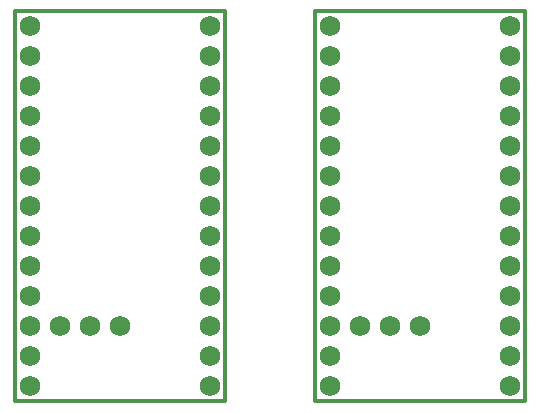
<source format=gbr>
%TF.GenerationSoftware,KiCad,Pcbnew,9.0.0*%
%TF.CreationDate,2025-11-03T18:10:33-06:00*%
%TF.ProjectId,Mau Keys,4d617520-4b65-4797-932e-6b696361645f,rev?*%
%TF.SameCoordinates,Original*%
%TF.FileFunction,Legend,Bot*%
%TF.FilePolarity,Positive*%
%FSLAX46Y46*%
G04 Gerber Fmt 4.6, Leading zero omitted, Abs format (unit mm)*
G04 Created by KiCad (PCBNEW 9.0.0) date 2025-11-03 18:10:33*
%MOMM*%
%LPD*%
G01*
G04 APERTURE LIST*
%ADD10C,0.300000*%
%ADD11C,1.752600*%
G04 APERTURE END LIST*
%TO.C,NNV2*%
D10*
X130810000Y-64770000D02*
X148590000Y-64770000D01*
X148590000Y-97790000D01*
X130810000Y-97790000D01*
X130810000Y-64770000D01*
%TO.C,NNV2_R1*%
X156210000Y-64770000D02*
X173990000Y-64770000D01*
X173990000Y-97790000D01*
X156210000Y-97790000D01*
X156210000Y-64770000D01*
%TD*%
D11*
%TO.C,NNV2*%
X132080000Y-66040000D03*
X132080000Y-68580000D03*
X132080000Y-71120000D03*
X132080000Y-73660000D03*
X132080000Y-76200000D03*
X132080000Y-78740000D03*
X132080000Y-81280000D03*
X132080000Y-83820000D03*
X132080000Y-86360000D03*
X132080000Y-88900000D03*
X132080000Y-91440000D03*
X132080000Y-93980000D03*
X132080000Y-96520000D03*
X147320000Y-66040000D03*
X147320000Y-68580000D03*
X147320000Y-71120000D03*
X147320000Y-73660000D03*
X147320000Y-76200000D03*
X147320000Y-78740000D03*
X147320000Y-81280000D03*
X147320000Y-83820000D03*
X147320000Y-86360000D03*
X147320000Y-88900000D03*
X147320000Y-91440000D03*
X147320000Y-93980000D03*
X147320000Y-96520000D03*
X134620000Y-91440000D03*
X137160000Y-91440000D03*
X139700000Y-91440000D03*
%TD*%
%TO.C,NNV2_R1*%
X157480000Y-66040000D03*
X157480000Y-68580000D03*
X157480000Y-71120000D03*
X157480000Y-73660000D03*
X157480000Y-76200000D03*
X157480000Y-78740000D03*
X157480000Y-81280000D03*
X157480000Y-83820000D03*
X157480000Y-86360000D03*
X157480000Y-88900000D03*
X157480000Y-91440000D03*
X157480000Y-93980000D03*
X157480000Y-96520000D03*
X172720000Y-66040000D03*
X172720000Y-68580000D03*
X172720000Y-71120000D03*
X172720000Y-73660000D03*
X172720000Y-76200000D03*
X172720000Y-78740000D03*
X172720000Y-81280000D03*
X172720000Y-83820000D03*
X172720000Y-86360000D03*
X172720000Y-88900000D03*
X172720000Y-91440000D03*
X172720000Y-93980000D03*
X172720000Y-96520000D03*
X160020000Y-91440000D03*
X162560000Y-91440000D03*
X165100000Y-91440000D03*
%TD*%
M02*

</source>
